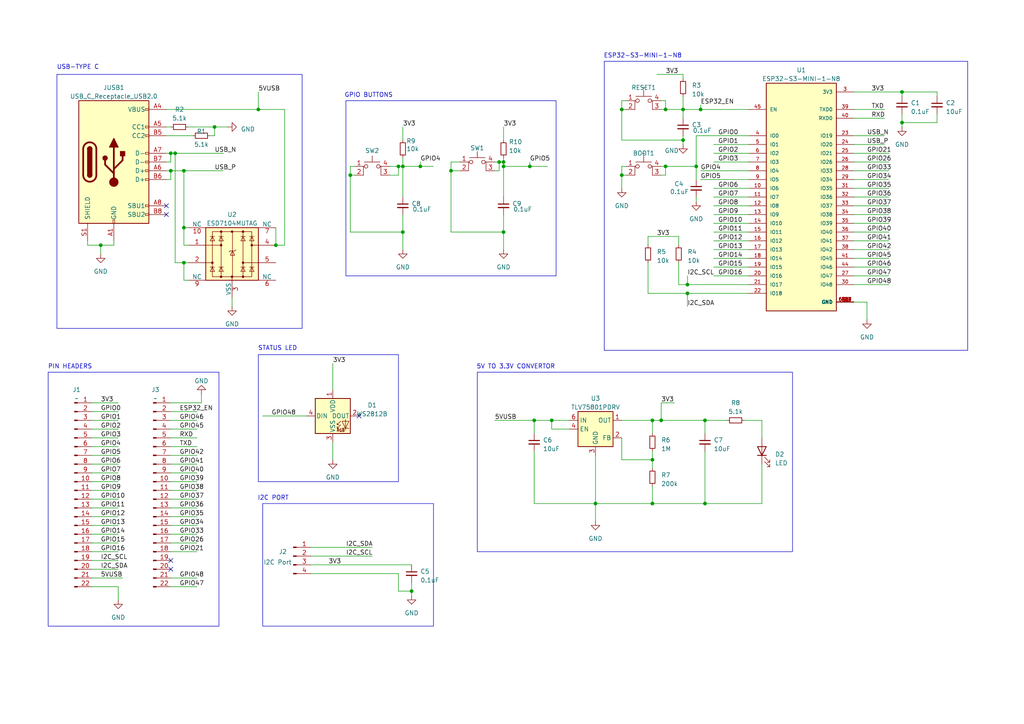
<source format=kicad_sch>
(kicad_sch (version 20231120) (generator "eeschema") (generator_version "8.0")
  (paper "A4")
  (title_block (title "Esp32_sen") (date "2025-12-28") (rev "v2") (company "Sendhan"))
  (lib_symbols
    (symbol "Connector:Conn_01x04_Pin" (pin_names (offset 1.016) hide)
      (property "Reference" "J" (at 0 5.08 0))
      (property "Value" "Conn_01x04_Pin" (at 0 -7.62 0))
      (symbol "Conn_01x04_Pin_1_1"
        (pin passive line (at 5.08 2.54 180) (length 3.81) (name "Pin_1") (number "1"))
        (pin passive line (at 5.08 0 180) (length 3.81) (name "Pin_2") (number "2"))
        (pin passive line (at 5.08 -2.54 180) (length 3.81) (name "Pin_3") (number "3"))
        (pin passive line (at 5.08 -5.08 180) (length 3.81) (name "Pin_4") (number "4"))
      )
    )
    (symbol "Connector:Conn_01x22_Pin" (pin_names (offset 1.016) hide)
      (property "Reference" "J" (at 0 27.94 0))
      (property "Value" "Conn_01x22_Pin" (at 0 -30.48 0))
      (symbol "Conn_01x22_Pin_1_1"
        (pin passive line (at 5.08 25.4 180) (length 3.81) (name "Pin_1") (number "1"))
        (pin passive line (at 5.08 2.54 180) (length 3.81) (name "Pin_10") (number "10"))
        (pin passive line (at 5.08 0 180) (length 3.81) (name "Pin_11") (number "11"))
        (pin passive line (at 5.08 -2.54 180) (length 3.81) (name "Pin_12") (number "12"))
        (pin passive line (at 5.08 -5.08 180) (length 3.81) (name "Pin_13") (number "13"))
        (pin passive line (at 5.08 -7.62 180) (length 3.81) (name "Pin_14") (number "14"))
        (pin passive line (at 5.08 -10.16 180) (length 3.81) (name "Pin_15") (number "15"))
        (pin passive line (at 5.08 -12.7 180) (length 3.81) (name "Pin_16") (number "16"))
        (pin passive line (at 5.08 -15.24 180) (length 3.81) (name "Pin_17") (number "17"))
        (pin passive line (at 5.08 -17.78 180) (length 3.81) (name "Pin_18") (number "18"))
        (pin passive line (at 5.08 -20.32 180) (length 3.81) (name "Pin_19") (number "19"))
        (pin passive line (at 5.08 22.86 180) (length 3.81) (name "Pin_2") (number "2"))
        (pin passive line (at 5.08 -22.86 180) (length 3.81) (name "Pin_20") (number "20"))
        (pin passive line (at 5.08 -25.4 180) (length 3.81) (name "Pin_21") (number "21"))
        (pin passive line (at 5.08 -27.94 180) (length 3.81) (name "Pin_22") (number "22"))
        (pin passive line (at 5.08 20.32 180) (length 3.81) (name "Pin_3") (number "3"))
        (pin passive line (at 5.08 17.78 180) (length 3.81) (name "Pin_4") (number "4"))
        (pin passive line (at 5.08 15.24 180) (length 3.81) (name "Pin_5") (number "5"))
        (pin passive line (at 5.08 12.7 180) (length 3.81) (name "Pin_6") (number "6"))
        (pin passive line (at 5.08 10.16 180) (length 3.81) (name "Pin_7") (number "7"))
        (pin passive line (at 5.08 7.62 180) (length 3.81) (name "Pin_8") (number "8"))
        (pin passive line (at 5.08 5.08 180) (length 3.81) (name "Pin_9") (number "9"))
      )
    )
    (symbol "Connector:USB_C_Receptacle_USB2.0" (pin_names (offset 1.016))
      (property "Reference" "J" (at -10.16 19.05 0))
      (property "Value" "USB_C_Receptacle_USB2.0" (at 19.05 19.05 0))
      (symbol "USB_C_Receptacle_USB2.0_1_1"
        (pin passive line (at 0 -22.86 90) (length 5.08) (name "GND") (number "A1"))
        (pin passive line (at 0 -22.86 90) (length 5.08) hide (name "GND") (number "A12"))
        (pin passive line (at 15.24 15.24 180) (length 5.08) (name "VBUS") (number "A4"))
        (pin bidirectional line (at 15.24 10.16 180) (length 5.08) (name "CC1") (number "A5"))
        (pin bidirectional line (at 15.24 -2.54 180) (length 5.08) (name "D+") (number "A6"))
        (pin bidirectional line (at 15.24 2.54 180) (length 5.08) (name "D-") (number "A7"))
        (pin bidirectional line (at 15.24 -12.7 180) (length 5.08) (name "SBU1") (number "A8"))
        (pin passive line (at 15.24 15.24 180) (length 5.08) hide (name "VBUS") (number "A9"))
        (pin passive line (at 0 -22.86 90) (length 5.08) hide (name "GND") (number "B1"))
        (pin passive line (at 0 -22.86 90) (length 5.08) hide (name "GND") (number "B12"))
        (pin passive line (at 15.24 15.24 180) (length 5.08) hide (name "VBUS") (number "B4"))
        (pin bidirectional line (at 15.24 7.62 180) (length 5.08) (name "CC2") (number "B5"))
        (pin bidirectional line (at 15.24 -5.08 180) (length 5.08) (name "D+") (number "B6"))
        (pin bidirectional line (at 15.24 0 180) (length 5.08) (name "D-") (number "B7"))
        (pin bidirectional line (at 15.24 -15.24 180) (length 5.08) (name "SBU2") (number "B8"))
        (pin passive line (at 15.24 15.24 180) (length 5.08) hide (name "VBUS") (number "B9"))
        (pin passive line (at -7.62 -22.86 90) (length 5.08) (name "SHIELD") (number "S1"))
      )
    )
    (symbol "Device:C_Small" (pin_numbers hide) (pin_names (offset 0.254) hide)
      (property "Reference" "C" (at 0.254 1.778 0))
      (property "Value" "C_Small" (at 0.254 -2.032 0))
      (symbol "C_Small_1_1"
        (pin passive line (at 0 2.54 270) (length 2.032) (name "~") (number "1"))
        (pin passive line (at 0 -2.54 90) (length 2.032) (name "~") (number "2"))
      )
    )
    (symbol "Device:LED" (pin_numbers hide) (pin_names (offset 1.016) hide)
      (property "Reference" "D" (at 0 2.54 0))
      (property "Value" "LED" (at 0 -2.54 0))
      (symbol "LED_1_1"
        (pin passive line (at -3.81 0 0) (length 2.54) (name "K") (number "1"))
        (pin passive line (at 3.81 0 180) (length 2.54) (name "A") (number "2"))
      )
    )
    (symbol "Device:R_Small" (pin_numbers hide) (pin_names (offset 0.254) hide)
      (property "Reference" "R" (at 0.762 0.508 0))
      (property "Value" "R_Small" (at 0.762 -1.016 0))
      (symbol "R_Small_1_1"
        (pin passive line (at 0 2.54 270) (length 0.762) (name "~") (number "1"))
        (pin passive line (at 0 -2.54 90) (length 0.762) (name "~") (number "2"))
      )
    )
    (symbol "ESP32-S3-MINI-1-N8:ESP32-S3-MINI-1-N8" (pin_names (offset 1.016))
      (property "Reference" "U" (at -10.16 34.29 0))
      (property "Value" "ESP32-S3-MINI-1-N8" (at -10.16 -35.56 0))
      (symbol "ESP32-S3-MINI-1-N8_0_0"
        (pin power_in line (at 15.24 -30.48 180) (length 5.08) (name "GND") (number "1"))
        (pin bidirectional line (at -15.24 2.54 0) (length 5.08) (name "IO6") (number "10"))
        (pin bidirectional line (at -15.24 0 0) (length 5.08) (name "IO7") (number "11"))
        (pin bidirectional line (at -15.24 -2.54 0) (length 5.08) (name "IO8") (number "12"))
        (pin bidirectional line (at -15.24 -5.08 0) (length 5.08) (name "IO9") (number "13"))
        (pin bidirectional line (at -15.24 -7.62 0) (length 5.08) (name "IO10") (number "14"))
        (pin bidirectional line (at -15.24 -10.16 0) (length 5.08) (name "IO11") (number "15"))
        (pin bidirectional line (at -15.24 -12.7 0) (length 5.08) (name "IO12") (number "16"))
        (pin bidirectional line (at -15.24 -15.24 0) (length 5.08) (name "IO13") (number "17"))
        (pin bidirectional line (at -15.24 -17.78 0) (length 5.08) (name "IO14") (number "18"))
        (pin bidirectional line (at -15.24 -20.32 0) (length 5.08) (name "IO15") (number "19"))
        (pin power_in line (at 15.24 -30.48 180) (length 5.08) (name "GND") (number "2"))
        (pin bidirectional line (at -15.24 -22.86 0) (length 5.08) (name "IO16") (number "20"))
        (pin bidirectional line (at -15.24 -25.4 0) (length 5.08) (name "IO17") (number "21"))
        (pin bidirectional line (at -15.24 -27.94 0) (length 5.08) (name "IO18") (number "22"))
        (pin bidirectional line (at 15.24 17.78 180) (length 5.08) (name "IO19") (number "23"))
        (pin bidirectional line (at 15.24 15.24 180) (length 5.08) (name "IO20") (number "24"))
        (pin bidirectional line (at 15.24 12.7 180) (length 5.08) (name "IO21") (number "25"))
        (pin bidirectional line (at 15.24 10.16 180) (length 5.08) (name "IO26") (number "26"))
        (pin bidirectional line (at 15.24 -22.86 180) (length 5.08) (name "IO47") (number "27"))
        (pin bidirectional line (at 15.24 7.62 180) (length 5.08) (name "IO33") (number "28"))
        (pin bidirectional line (at 15.24 5.08 180) (length 5.08) (name "IO34") (number "29"))
        (pin power_in line (at 15.24 30.48 180) (length 5.08) (name "3V3") (number "3"))
        (pin bidirectional line (at 15.24 -25.4 180) (length 5.08) (name "IO48") (number "30"))
        (pin bidirectional line (at 15.24 2.54 180) (length 5.08) (name "IO35") (number "31"))
        (pin bidirectional line (at 15.24 0 180) (length 5.08) (name "IO36") (number "32"))
        (pin bidirectional line (at 15.24 -2.54 180) (length 5.08) (name "IO37") (number "33"))
        (pin bidirectional line (at 15.24 -5.08 180) (length 5.08) (name "IO38") (number "34"))
        (pin bidirectional line (at 15.24 -7.62 180) (length 5.08) (name "IO39") (number "35"))
        (pin bidirectional line (at 15.24 -10.16 180) (length 5.08) (name "IO40") (number "36"))
        (pin bidirectional line (at 15.24 -12.7 180) (length 5.08) (name "IO41") (number "37"))
        (pin bidirectional line (at 15.24 -15.24 180) (length 5.08) (name "IO42") (number "38"))
        (pin bidirectional line (at 15.24 25.4 180) (length 5.08) (name "TXD0") (number "39"))
        (pin bidirectional line (at -15.24 17.78 0) (length 5.08) (name "IO0") (number "4"))
        (pin bidirectional line (at 15.24 22.86 180) (length 5.08) (name "RXD0") (number "40"))
        (pin bidirectional line (at 15.24 -17.78 180) (length 5.08) (name "IO45") (number "41"))
        (pin power_in line (at 15.24 -30.48 180) (length 5.08) (name "GND") (number "42"))
        (pin power_in line (at 15.24 -30.48 180) (length 5.08) (name "GND") (number "43"))
        (pin bidirectional line (at 15.24 -20.32 180) (length 5.08) (name "IO46") (number "44"))
        (pin input line (at -15.24 25.4 0) (length 5.08) (name "EN") (number "45"))
        (pin power_in line (at 15.24 -30.48 180) (length 5.08) (name "GND") (number "46"))
        (pin power_in line (at 15.24 -30.48 180) (length 5.08) (name "GND") (number "47"))
        (pin power_in line (at 15.24 -30.48 180) (length 5.08) (name "GND") (number "48"))
        (pin power_in line (at 15.24 -30.48 180) (length 5.08) (name "GND") (number "49"))
        (pin bidirectional line (at -15.24 15.24 0) (length 5.08) (name "IO1") (number "5"))
        (pin power_in line (at 15.24 -30.48 180) (length 5.08) (name "GND") (number "50"))
        (pin power_in line (at 15.24 -30.48 180) (length 5.08) (name "GND") (number "51"))
        (pin power_in line (at 15.24 -30.48 180) (length 5.08) (name "GND") (number "52"))
        (pin power_in line (at 15.24 -30.48 180) (length 5.08) (name "GND") (number "53"))
        (pin power_in line (at 15.24 -30.48 180) (length 5.08) (name "GND") (number "54"))
        (pin power_in line (at 15.24 -30.48 180) (length 5.08) (name "GND") (number "55"))
        (pin power_in line (at 15.24 -30.48 180) (length 5.08) (name "GND") (number "56"))
        (pin power_in line (at 15.24 -30.48 180) (length 5.08) (name "GND") (number "57"))
        (pin power_in line (at 15.24 -30.48 180) (length 5.08) (name "GND") (number "58"))
        (pin power_in line (at 15.24 -30.48 180) (length 5.08) (name "GND") (number "59"))
        (pin bidirectional line (at -15.24 12.7 0) (length 5.08) (name "IO2") (number "6"))
        (pin power_in line (at 15.24 -30.48 180) (length 5.08) (name "GND") (number "60"))
        (pin power_in line (at 15.24 -30.48 180) (length 5.08) (name "GND") (number "61"))
        (pin power_in line (at 15.24 -30.48 180) (length 5.08) (name "GND") (number "61_1"))
        (pin power_in line (at 15.24 -30.48 180) (length 5.08) (name "GND") (number "61_2"))
        (pin power_in line (at 15.24 -30.48 180) (length 5.08) (name "GND") (number "61_3"))
        (pin power_in line (at 15.24 -30.48 180) (length 5.08) (name "GND") (number "61_4"))
        (pin power_in line (at 15.24 -30.48 180) (length 5.08) (name "GND") (number "61_5"))
        (pin power_in line (at 15.24 -30.48 180) (length 5.08) (name "GND") (number "61_6"))
        (pin power_in line (at 15.24 -30.48 180) (length 5.08) (name "GND") (number "61_7"))
        (pin power_in line (at 15.24 -30.48 180) (length 5.08) (name "GND") (number "61_8"))
        (pin power_in line (at 15.24 -30.48 180) (length 5.08) (name "GND") (number "62"))
        (pin power_in line (at 15.24 -30.48 180) (length 5.08) (name "GND") (number "63"))
        (pin power_in line (at 15.24 -30.48 180) (length 5.08) (name "GND") (number "64"))
        (pin power_in line (at 15.24 -30.48 180) (length 5.08) (name "GND") (number "65"))
        (pin bidirectional line (at -15.24 10.16 0) (length 5.08) (name "IO3") (number "7"))
        (pin bidirectional line (at -15.24 7.62 0) (length 5.08) (name "IO4") (number "8"))
        (pin bidirectional line (at -15.24 5.08 0) (length 5.08) (name "IO5") (number "9"))
      )
    )
    (symbol "LED:WS2812B" (pin_names (offset 0.254))
      (property "Reference" "D" (at 5.08 5.715 0))
      (property "Value" "WS2812B" (at 1.27 -5.715 0))
      (symbol "WS2812B_0_0"
        (text "RGB" (at 2.286 -4.191 0) (effects (font (size 0.762 0.762))))
      )
      (symbol "WS2812B_1_1"
        (pin power_in line (at 0 7.62 270) (length 2.54) (name "VDD") (number "1"))
        (pin output line (at 7.62 0 180) (length 2.54) (name "DOUT") (number "2"))
        (pin power_in line (at 0 -7.62 90) (length 2.54) (name "VSS") (number "3"))
        (pin input line (at -7.62 0 0) (length 2.54) (name "DIN") (number "4"))
      )
    )
    (symbol "Power_Protection:D3V3XA4B10LP" (pin_names (offset 0))
      (property "Reference" "U" (at -0.635 8.89 0))
      (property "Value" "D3V3XA4B10LP" (at 8.89 -10.16 0))
      (symbol "D3V3XA4B10LP_1_1"
        (pin passive line (at -12.7 2.54 0) (length 5.08) (name "~") (number "1"))
        (pin free line (at -12.7 7.62 0) (length 5.08) (name "NC") (number "10"))
        (pin passive line (at -12.7 -2.54 0) (length 5.08) (name "~") (number "2"))
        (pin power_in line (at 0 -12.7 90) (length 5.08) (name "VSS") (number "3"))
        (pin passive line (at 12.7 2.54 180) (length 5.08) (name "~") (number "4"))
        (pin passive line (at 12.7 -2.54 180) (length 5.08) (name "~") (number "5"))
        (pin free line (at 12.7 -7.62 180) (length 5.08) (name "NC") (number "6"))
        (pin free line (at 12.7 7.62 180) (length 5.08) (name "NC") (number "7"))
        (pin passive line (at 0 -12.7 90) (length 5.08) hide (name "VSS") (number "8"))
        (pin free line (at -12.7 -7.62 0) (length 5.08) (name "NC") (number "9"))
      )
    )
    (symbol "Regulator_Linear:TLV75801PDRV"
      (property "Reference" "U" (at -3.81 6.35 0))
      (property "Value" "TLV75801PDRV" (at 0 6.35 0))
      (symbol "TLV75801PDRV_1_1"
        (pin power_out line (at 7.62 2.54 180) (length 2.54) (name "OUT") (number "1"))
        (pin input line (at 7.62 -2.54 180) (length 2.54) (name "FB") (number "2"))
        (pin power_in line (at 0 -7.62 90) (length 2.54) (name "GND") (number "3"))
        (pin input line (at -7.62 0 0) (length 2.54) (name "EN") (number "4"))
        (pin no_connect line (at 5.08 0 180) (length 2.54) hide (name "DNC") (number "5"))
        (pin power_in line (at -7.62 2.54 0) (length 2.54) (name "IN") (number "6"))
        (pin passive line (at 0 -7.62 90) (length 2.54) hide (name "GND") (number "7"))
      )
    )
    (symbol "Switch:SW_MEC_5E" (pin_names (offset 1.016) hide)
      (property "Reference" "SW" (at 0.635 5.715 0))
      (property "Value" "SW_MEC_5E" (at 0 -3.175 0))
      (symbol "SW_MEC_5E_0_1"
        (pin passive line (at -5.08 2.54 0) (length 2.54) (name "1") (number "1"))
        (pin passive line (at -5.08 0 0) (length 2.54) (name "2") (number "2"))
        (pin passive line (at 5.08 0 180) (length 2.54) (name "K") (number "3"))
        (pin passive line (at 5.08 2.54 180) (length 2.54) (name "A") (number "4"))
      )
    )
    (symbol "power:GND" (power) (pin_names (offset 0))
      (property "Value" "GND" (at 0 -3.81 0))
      (symbol "GND_1_1"
        (pin power_in line (at 0 0 270) (length 0) hide (name "GND") (number "1"))
      )
    )
  )
  (junction (at 130.81 49.53))
  (junction (at 261.62 26.67))
  (junction (at 119.38 171.45))
  (junction (at 191.77 121.92))
  (junction (at 146.05 67.31))
  (junction (at 172.72 146.05))
  (junction (at 193.04 31.75))
  (junction (at 201.93 48.26))
  (junction (at 180.34 31.75))
  (junction (at 50.8 44.45))
  (junction (at 49.53 44.45))
  (junction (at 160.02 121.92))
  (junction (at 49.53 49.53))
  (junction (at 121.92 48.26))
  (junction (at 261.62 35.56))
  (junction (at 199.39 85.09))
  (junction (at 153.67 48.26))
  (junction (at 189.23 146.05))
  (junction (at 180.34 50.8))
  (junction (at 204.47 121.92))
  (junction (at 189.23 133.35))
  (junction (at 198.12 31.75))
  (junction (at 80.01 71.12))
  (junction (at 144.78 46.99))
  (junction (at 203.2 31.75))
  (junction (at 193.04 48.26))
  (junction (at 53.34 66.04))
  (junction (at 115.57 48.26))
  (junction (at 101.6 50.8))
  (junction (at 146.05 46.99))
  (junction (at 116.84 48.26))
  (junction (at 198.12 40.64))
  (junction (at 199.39 82.55))
  (junction (at 116.84 67.31))
  (junction (at 53.34 76.2))
  (junction (at 146.05 48.26))
  (junction (at 53.34 49.53))
  (junction (at 74.93 31.75))
  (junction (at 62.23 36.83))
  (junction (at 29.21 71.12))
  (junction (at 189.23 121.92))
  (junction (at 154.94 121.92))
  (junction (at 204.47 146.05))
  (no_connect (at 104.14 120.65))
  (no_connect (at 49.53 162.56))
  (no_connect (at 48.26 59.69))
  (no_connect (at 49.53 165.1))
  (no_connect (at 48.26 62.23))
  (wire (pts (xy 247.65 31.75) (xy 256.54 31.75)))
  (wire (pts (xy 26.67 170.18) (xy 34.29 170.18)))
  (wire (pts (xy 116.84 67.31) (xy 116.84 72.39)))
  (wire (pts (xy 130.81 46.99) (xy 133.35 46.99)))
  (wire (pts (xy 180.34 29.21) (xy 180.34 31.75)))
  (wire (pts (xy 74.93 31.75) (xy 82.55 31.75)))
  (wire (pts (xy 220.98 134.62) (xy 220.98 146.05)))
  (wire (pts (xy 54.61 36.83) (xy 62.23 36.83)))
  (wire (pts (xy 247.65 69.85) (xy 257.81 69.85)))
  (wire (pts (xy 146.05 67.31) (xy 146.05 72.39)))
  (wire (pts (xy 247.65 34.29) (xy 256.54 34.29)))
  (wire (pts (xy 247.65 82.55) (xy 257.81 82.55)))
  (wire (pts (xy 49.53 116.84) (xy 58.42 116.84)))
  (wire (pts (xy 26.67 127) (xy 34.29 127)))
  (wire (pts (xy 80.01 71.12) (xy 82.55 71.12)))
  (wire (pts (xy 101.6 48.26) (xy 101.6 50.8)))
  (wire (pts (xy 198.12 40.64) (xy 198.12 41.91)))
  (wire (pts (xy 271.78 33.02) (xy 271.78 35.56)))
  (wire (pts (xy 204.47 130.81) (xy 204.47 146.05)))
  (wire (pts (xy 207.01 64.77) (xy 217.17 64.77)))
  (wire (pts (xy 247.65 62.23) (xy 257.81 62.23)))
  (wire (pts (xy 196.85 76.2) (xy 196.85 82.55)))
  (wire (pts (xy 207.01 74.93) (xy 217.17 74.93)))
  (wire (pts (xy 146.05 45.72) (xy 146.05 46.99)))
  (wire (pts (xy 181.61 29.21) (xy 180.34 29.21)))
  (wire (pts (xy 144.78 46.99) (xy 146.05 46.99)))
  (wire (pts (xy 189.23 133.35) (xy 189.23 135.89)))
  (wire (pts (xy 49.53 157.48) (xy 57.15 157.48)))
  (wire (pts (xy 26.67 124.46) (xy 34.29 124.46)))
  (wire (pts (xy 26.67 167.64) (xy 35.56 167.64)))
  (wire (pts (xy 189.23 146.05) (xy 204.47 146.05)))
  (wire (pts (xy 49.53 142.24) (xy 57.15 142.24)))
  (wire (pts (xy 146.05 67.31) (xy 130.81 67.31)))
  (wire (pts (xy 144.78 46.99) (xy 144.78 49.53)))
  (wire (pts (xy 247.65 26.67) (xy 261.62 26.67)))
  (wire (pts (xy 181.61 48.26) (xy 180.34 48.26)))
  (wire (pts (xy 53.34 49.53) (xy 53.34 66.04)))
  (wire (pts (xy 247.65 74.93) (xy 257.81 74.93)))
  (wire (pts (xy 201.93 52.07) (xy 201.93 48.26)))
  (wire (pts (xy 247.65 44.45) (xy 257.81 44.45)))
  (wire (pts (xy 215.9 121.92) (xy 220.98 121.92)))
  (wire (pts (xy 26.67 116.84) (xy 34.29 116.84)))
  (wire (pts (xy 53.34 66.04) (xy 54.61 66.04)))
  (wire (pts (xy 199.39 85.09) (xy 217.17 85.09)))
  (wire (pts (xy 165.1 124.46) (xy 160.02 124.46)))
  (wire (pts (xy 247.65 77.47) (xy 257.81 77.47)))
  (wire (pts (xy 191.77 116.84) (xy 191.77 121.92)))
  (wire (pts (xy 26.67 152.4) (xy 34.29 152.4)))
  (wire (pts (xy 203.2 30.48) (xy 203.2 31.75)))
  (wire (pts (xy 247.65 49.53) (xy 257.81 49.53)))
  (wire (pts (xy 261.62 33.02) (xy 261.62 35.56)))
  (wire (pts (xy 146.05 48.26) (xy 153.67 48.26)))
  (wire (pts (xy 189.23 121.92) (xy 189.23 125.73)))
  (wire (pts (xy 49.53 46.99) (xy 49.53 44.45)))
  (wire (pts (xy 207.01 41.91) (xy 217.17 41.91)))
  (wire (pts (xy 48.26 31.75) (xy 74.93 31.75)))
  (wire (pts (xy 191.77 50.8) (xy 193.04 50.8)))
  (wire (pts (xy 115.57 48.26) (xy 116.84 48.26)))
  (wire (pts (xy 25.4 71.12) (xy 29.21 71.12)))
  (wire (pts (xy 49.53 139.7) (xy 57.15 139.7)))
  (wire (pts (xy 115.57 166.37) (xy 115.57 171.45)))
  (wire (pts (xy 198.12 40.64) (xy 180.34 40.64)))
  (wire (pts (xy 115.57 171.45) (xy 119.38 171.45)))
  (wire (pts (xy 119.38 171.45) (xy 119.38 172.72)))
  (wire (pts (xy 29.21 73.66) (xy 29.21 71.12)))
  (wire (pts (xy 172.72 146.05) (xy 189.23 146.05)))
  (wire (pts (xy 193.04 29.21) (xy 193.04 31.75)))
  (wire (pts (xy 190.5 21.59) (xy 198.12 21.59)))
  (wire (pts (xy 116.84 48.26) (xy 116.84 57.15)))
  (wire (pts (xy 53.34 76.2) (xy 50.8 76.2)))
  (wire (pts (xy 172.72 146.05) (xy 172.72 151.13)))
  (wire (pts (xy 247.65 46.99) (xy 257.81 46.99)))
  (wire (pts (xy 199.39 82.55) (xy 217.17 82.55)))
  (wire (pts (xy 247.65 39.37) (xy 256.54 39.37)))
  (wire (pts (xy 49.53 49.53) (xy 53.34 49.53)))
  (wire (pts (xy 116.84 62.23) (xy 116.84 67.31)))
  (wire (pts (xy 54.61 81.28) (xy 53.34 81.28)))
  (wire (pts (xy 198.12 31.75) (xy 198.12 34.29)))
  (wire (pts (xy 26.67 165.1) (xy 34.29 165.1)))
  (wire (pts (xy 193.04 50.8) (xy 193.04 48.26)))
  (wire (pts (xy 143.51 121.92) (xy 154.94 121.92)))
  (wire (pts (xy 115.57 48.26) (xy 113.03 48.26)))
  (wire (pts (xy 220.98 146.05) (xy 204.47 146.05)))
  (wire (pts (xy 146.05 46.99) (xy 146.05 48.26)))
  (wire (pts (xy 130.81 49.53) (xy 133.35 49.53)))
  (wire (pts (xy 154.94 146.05) (xy 172.72 146.05)))
  (wire (pts (xy 48.26 52.07) (xy 49.53 52.07)))
  (wire (pts (xy 96.52 105.41) (xy 96.52 113.03)))
  (wire (pts (xy 187.96 85.09) (xy 199.39 85.09)))
  (wire (pts (xy 115.57 48.26) (xy 115.57 50.8)))
  (wire (pts (xy 26.67 154.94) (xy 34.29 154.94)))
  (wire (pts (xy 261.62 26.67) (xy 271.78 26.67)))
  (wire (pts (xy 203.2 31.75) (xy 217.17 31.75)))
  (wire (pts (xy 204.47 125.73) (xy 204.47 121.92)))
  (wire (pts (xy 49.53 119.38) (xy 57.15 119.38)))
  (wire (pts (xy 160.02 121.92) (xy 165.1 121.92)))
  (wire (pts (xy 49.53 132.08) (xy 57.15 132.08)))
  (wire (pts (xy 49.53 124.46) (xy 57.15 124.46)))
  (wire (pts (xy 191.77 48.26) (xy 193.04 48.26)))
  (wire (pts (xy 49.53 149.86) (xy 57.15 149.86)))
  (wire (pts (xy 26.67 132.08) (xy 34.29 132.08)))
  (wire (pts (xy 48.26 46.99) (xy 49.53 46.99)))
  (wire (pts (xy 101.6 48.26) (xy 102.87 48.26)))
  (wire (pts (xy 187.96 68.58) (xy 196.85 68.58)))
  (wire (pts (xy 76.2 120.65) (xy 88.9 120.65)))
  (wire (pts (xy 198.12 27.94) (xy 198.12 31.75)))
  (wire (pts (xy 53.34 66.04) (xy 53.34 71.12)))
  (wire (pts (xy 58.42 114.3) (xy 58.42 116.84)))
  (wire (pts (xy 50.8 44.45) (xy 64.77 44.45)))
  (wire (pts (xy 191.77 121.92) (xy 189.23 121.92)))
  (wire (pts (xy 207.01 62.23) (xy 217.17 62.23)))
  (wire (pts (xy 49.53 44.45) (xy 50.8 44.45)))
  (wire (pts (xy 49.53 147.32) (xy 57.15 147.32)))
  (wire (pts (xy 116.84 48.26) (xy 121.92 48.26)))
  (wire (pts (xy 191.77 116.84) (xy 195.58 116.84)))
  (wire (pts (xy 62.23 39.37) (xy 62.23 36.83)))
  (wire (pts (xy 26.67 129.54) (xy 34.29 129.54)))
  (wire (pts (xy 207.01 44.45) (xy 217.17 44.45)))
  (wire (pts (xy 50.8 76.2) (xy 50.8 44.45)))
  (wire (pts (xy 271.78 27.94) (xy 271.78 26.67)))
  (wire (pts (xy 180.34 40.64) (xy 180.34 31.75)))
  (wire (pts (xy 220.98 121.92) (xy 220.98 127)))
  (wire (pts (xy 193.04 31.75) (xy 198.12 31.75)))
  (wire (pts (xy 90.17 166.37) (xy 115.57 166.37)))
  (wire (pts (xy 191.77 31.75) (xy 193.04 31.75)))
  (wire (pts (xy 101.6 50.8) (xy 102.87 50.8)))
  (wire (pts (xy 48.26 36.83) (xy 49.53 36.83)))
  (wire (pts (xy 49.53 121.92) (xy 57.15 121.92)))
  (wire (pts (xy 49.53 127) (xy 57.15 127)))
  (wire (pts (xy 201.93 39.37) (xy 217.17 39.37)))
  (wire (pts (xy 54.61 76.2) (xy 53.34 76.2)))
  (wire (pts (xy 261.62 35.56) (xy 261.62 36.83)))
  (wire (pts (xy 247.65 52.07) (xy 257.81 52.07)))
  (wire (pts (xy 207.01 69.85) (xy 217.17 69.85)))
  (wire (pts (xy 191.77 121.92) (xy 204.47 121.92)))
  (wire (pts (xy 180.34 50.8) (xy 180.34 54.61)))
  (wire (pts (xy 53.34 49.53) (xy 64.77 49.53)))
  (wire (pts (xy 189.23 140.97) (xy 189.23 146.05)))
  (wire (pts (xy 26.67 137.16) (xy 34.29 137.16)))
  (wire (pts (xy 198.12 39.37) (xy 198.12 40.64)))
  (wire (pts (xy 26.67 144.78) (xy 34.29 144.78)))
  (wire (pts (xy 247.65 41.91) (xy 256.54 41.91)))
  (wire (pts (xy 189.23 121.92) (xy 180.34 121.92)))
  (wire (pts (xy 207.01 80.01) (xy 217.17 80.01)))
  (wire (pts (xy 198.12 31.75) (xy 203.2 31.75)))
  (wire (pts (xy 207.01 72.39) (xy 217.17 72.39)))
  (wire (pts (xy 119.38 168.91) (xy 119.38 171.45)))
  (wire (pts (xy 247.65 67.31) (xy 257.81 67.31)))
  (wire (pts (xy 90.17 161.29) (xy 107.95 161.29)))
  (wire (pts (xy 144.78 49.53) (xy 143.51 49.53)))
  (wire (pts (xy 53.34 81.28) (xy 53.34 76.2)))
  (wire (pts (xy 26.67 147.32) (xy 34.29 147.32)))
  (wire (pts (xy 80.01 66.04) (xy 80.01 71.12)))
  (wire (pts (xy 90.17 158.75) (xy 107.95 158.75)))
  (wire (pts (xy 62.23 36.83) (xy 66.04 36.83)))
  (wire (pts (xy 82.55 71.12) (xy 82.55 31.75)))
  (wire (pts (xy 180.34 127) (xy 180.34 133.35)))
  (wire (pts (xy 146.05 62.23) (xy 146.05 67.31)))
  (wire (pts (xy 26.67 162.56) (xy 34.29 162.56)))
  (wire (pts (xy 203.2 49.53) (xy 217.17 49.53)))
  (wire (pts (xy 116.84 67.31) (xy 101.6 67.31)))
  (wire (pts (xy 49.53 167.64) (xy 57.15 167.64)))
  (wire (pts (xy 26.67 157.48) (xy 34.29 157.48)))
  (wire (pts (xy 201.93 39.37) (xy 201.93 48.26)))
  (wire (pts (xy 247.65 57.15) (xy 257.81 57.15)))
  (wire (pts (xy 201.93 57.15) (xy 201.93 58.42)))
  (wire (pts (xy 49.53 129.54) (xy 57.15 129.54)))
  (wire (pts (xy 154.94 121.92) (xy 160.02 121.92)))
  (wire (pts (xy 247.65 80.01) (xy 257.81 80.01)))
  (wire (pts (xy 196.85 68.58) (xy 196.85 71.12)))
  (wire (pts (xy 247.65 54.61) (xy 257.81 54.61)))
  (wire (pts (xy 247.65 59.69) (xy 257.81 59.69)))
  (wire (pts (xy 187.96 76.2) (xy 187.96 85.09)))
  (wire (pts (xy 261.62 27.94) (xy 261.62 26.67)))
  (wire (pts (xy 130.81 67.31) (xy 130.81 49.53)))
  (wire (pts (xy 48.26 49.53) (xy 49.53 49.53)))
  (wire (pts (xy 247.65 72.39) (xy 257.81 72.39)))
  (wire (pts (xy 54.61 71.12) (xy 53.34 71.12)))
  (wire (pts (xy 198.12 22.86) (xy 198.12 21.59)))
  (wire (pts (xy 121.92 48.26) (xy 125.73 48.26)))
  (wire (pts (xy 26.67 149.86) (xy 34.29 149.86)))
  (wire (pts (xy 49.53 137.16) (xy 57.15 137.16)))
  (wire (pts (xy 251.46 87.63) (xy 251.46 92.71)))
  (wire (pts (xy 26.67 142.24) (xy 34.29 142.24)))
  (wire (pts (xy 101.6 67.31) (xy 101.6 50.8)))
  (wire (pts (xy 172.72 132.08) (xy 172.72 146.05)))
  (wire (pts (xy 180.34 48.26) (xy 180.34 50.8)))
  (wire (pts (xy 49.53 52.07) (xy 49.53 49.53)))
  (wire (pts (xy 25.4 69.85) (xy 25.4 71.12)))
  (wire (pts (xy 143.51 46.99) (xy 144.78 46.99)))
  (wire (pts (xy 49.53 154.94) (xy 57.15 154.94)))
  (wire (pts (xy 26.67 119.38) (xy 34.29 119.38)))
  (wire (pts (xy 67.31 86.36) (xy 67.31 88.9)))
  (wire (pts (xy 48.26 39.37) (xy 55.88 39.37)))
  (wire (pts (xy 180.34 31.75) (xy 181.61 31.75)))
  (wire (pts (xy 271.78 35.56) (xy 261.62 35.56)))
  (wire (pts (xy 146.05 48.26) (xy 146.05 57.15)))
  (wire (pts (xy 49.53 170.18) (xy 57.15 170.18)))
  (wire (pts (xy 153.67 48.26) (xy 158.75 48.26)))
  (wire (pts (xy 33.02 71.12) (xy 29.21 71.12)))
  (wire (pts (xy 207.01 57.15) (xy 217.17 57.15)))
  (wire (pts (xy 204.47 121.92) (xy 210.82 121.92)))
  (wire (pts (xy 207.01 46.99) (xy 217.17 46.99)))
  (wire (pts (xy 74.93 26.67) (xy 74.93 31.75)))
  (wire (pts (xy 180.34 133.35) (xy 189.23 133.35)))
  (wire (pts (xy 207.01 54.61) (xy 217.17 54.61)))
  (wire (pts (xy 121.92 46.99) (xy 121.92 48.26)))
  (wire (pts (xy 160.02 124.46) (xy 160.02 121.92)))
  (wire (pts (xy 201.93 48.26) (xy 193.04 48.26)))
  (wire (pts (xy 26.67 134.62) (xy 34.29 134.62)))
  (wire (pts (xy 189.23 130.81) (xy 189.23 133.35)))
  (wire (pts (xy 207.01 59.69) (xy 217.17 59.69)))
  (wire (pts (xy 49.53 152.4) (xy 57.15 152.4)))
  (wire (pts (xy 207.01 67.31) (xy 217.17 67.31)))
  (wire (pts (xy 26.67 121.92) (xy 34.29 121.92)))
  (wire (pts (xy 116.84 45.72) (xy 116.84 48.26)))
  (wire (pts (xy 49.53 160.02) (xy 57.15 160.02)))
  (wire (pts (xy 199.39 80.01) (xy 199.39 82.55)))
  (wire (pts (xy 130.81 46.99) (xy 130.81 49.53)))
  (wire (pts (xy 154.94 130.81) (xy 154.94 146.05)))
  (wire (pts (xy 153.67 46.99) (xy 153.67 48.26)))
  (wire (pts (xy 49.53 144.78) (xy 57.15 144.78)))
  (wire (pts (xy 26.67 160.02) (xy 34.29 160.02)))
  (wire (pts (xy 48.26 44.45) (xy 49.53 44.45)))
  (wire (pts (xy 33.02 69.85) (xy 33.02 71.12)))
  (wire (pts (xy 199.39 88.9) (xy 199.39 85.09)))
  (wire (pts (xy 60.96 39.37) (xy 62.23 39.37)))
  (wire (pts (xy 207.01 77.47) (xy 217.17 77.47)))
  (wire (pts (xy 203.2 52.07) (xy 217.17 52.07)))
  (wire (pts (xy 196.85 82.55) (xy 199.39 82.55)))
  (wire (pts (xy 154.94 121.92) (xy 154.94 125.73)))
  (wire (pts (xy 146.05 36.83) (xy 146.05 40.64)))
  (wire (pts (xy 26.67 139.7) (xy 34.29 139.7)))
  (wire (pts (xy 90.17 163.83) (xy 119.38 163.83)))
  (wire (pts (xy 191.77 29.21) (xy 193.04 29.21)))
  (wire (pts (xy 181.61 50.8) (xy 180.34 50.8)))
  (wire (pts (xy 96.52 128.27) (xy 96.52 133.35)))
  (wire (pts (xy 187.96 71.12) (xy 187.96 68.58)))
  (wire (pts (xy 247.65 64.77) (xy 257.81 64.77)))
  (wire (pts (xy 49.53 134.62) (xy 57.15 134.62)))
  (wire (pts (xy 34.29 170.18) (xy 34.29 173.99)))
  (wire (pts (xy 115.57 50.8) (xy 113.03 50.8)))
  (wire (pts (xy 247.65 87.63) (xy 251.46 87.63)))
  (wire (pts (xy 116.84 36.83) (xy 116.84 40.64)))
  (rectangle (start 74.93 102.87) (end 115.57 139.7))
  (rectangle (start 100.33 29.21) (end 161.29 80.01))
  (rectangle (start 13.97 107.95) (end 63.5 181.61))
  (rectangle (start 76.2 146.05) (end 125.73 181.61))
  (rectangle (start 138.43 107.95) (end 229.87 160.02))
  (rectangle (start 16.51 21.59) (end 87.63 95.25))
  (rectangle (start 175.26 17.78) (end 280.67 101.6))
  (text "STATUS LED\n" (at 80.518 101.092 0) (effects (font (size 1.27 1.27))))
  (text "ESP32-S3-MINI-1-N8\n" (at 186.436 16.256 0) (effects (font (size 1.27 1.27))))
  (text "PIN HEADERS\n" (at 20.32 106.426 0) (effects (font (size 1.27 1.27))))
  (text "5V TO 3.3V CONVERTOR\n" (at 149.606 106.426 0) (effects (font (size 1.27 1.27))))
  (text "GPIO BUTTONS\n" (at 106.934 27.686 0) (effects (font (size 1.27 1.27))))
  (text "USB-TYPE C\n" (at 22.606 19.558 0) (effects (font (size 1.27 1.27))))
  (text "I2C PORT\n" (at 79.248 144.526 0) (effects (font (size 1.27 1.27))))
  (label "GPIO45" (at 52.07 124.46 0))
  (label "GPIO7" (at 29.21 137.16 0))
  (label "GPIO0" (at 208.28 39.37 0))
  (label "GPIO13" (at 29.21 152.4 0))
  (label "5VUSB" (at 29.21 167.64 0))
  (label "GPIO11" (at 208.28 67.31 0))
  (label "GPIO47" (at 251.46 80.01 0))
  (label "GPIO0" (at 29.21 119.38 0))
  (label "GPIO6" (at 208.28 54.61 0))
  (label "3V3" (at 190.5 68.58 0))
  (label "GPIO36" (at 52.07 147.32 0))
  (label "GPIO34" (at 52.07 152.4 0))
  (label "USB_P" (at 251.46 41.91 0))
  (label "GPIO48" (at 78.74 120.65 0))
  (label "GPIO4" (at 29.21 129.54 0))
  (label "I2C_SCL" (at 100.33 161.29 0))
  (label "GPIO14" (at 208.28 74.93 0))
  (label "3V3" (at 252.73 26.67 0))
  (label "GPIO26" (at 52.07 157.48 0))
  (label "3V3" (at 146.05 36.83 0))
  (label "GPIO3" (at 208.28 46.99 0))
  (label "USB_P" (at 62.23 49.53 0))
  (label "GPIO15" (at 208.28 77.47 0))
  (label "GPIO47" (at 52.07 170.18 0))
  (label "3V3" (at 116.84 36.83 0))
  (label "TXD" (at 52.07 129.54 0))
  (label "GPIO21" (at 251.46 44.45 0))
  (label "GPIO9" (at 208.28 62.23 0))
  (label "TXD" (at 252.73 31.75 0))
  (label "GPIO41" (at 251.46 69.85 0))
  (label "GPIO4" (at 203.2 49.53 0))
  (label "GPIO6" (at 29.21 134.62 0))
  (label "GPIO12" (at 208.28 69.85 0))
  (label "GPIO33" (at 251.46 49.53 0))
  (label "GPIO2" (at 208.28 44.45 0))
  (label "GPIO13" (at 208.28 72.39 0))
  (label "GPIO37" (at 251.46 59.69 0))
  (label "GPIO7" (at 208.28 57.15 0))
  (label "3V3" (at 191.77 116.84 0))
  (label "5VUSB" (at 74.93 26.67 0))
  (label "RXD" (at 252.73 34.29 0))
  (label "GPIO34" (at 251.46 52.07 0))
  (label "GPIO45" (at 251.46 74.93 0))
  (label "GPIO35" (at 251.46 54.61 0))
  (label "GPIO46" (at 251.46 77.47 0))
  (label "I2C_SDA" (at 199.39 88.9 0))
  (label "GPIO35" (at 52.07 149.86 0))
  (label "3V3" (at 29.21 116.84 0))
  (label "GPIO48" (at 251.46 82.55 0))
  (label "GPIO5" (at 29.21 132.08 0))
  (label "GPIO39" (at 52.07 139.7 0))
  (label "GPIO42" (at 52.07 132.08 0))
  (label "GPIO10" (at 29.21 144.78 0))
  (label "3V3" (at 96.52 105.41 0))
  (label "GPIO33" (at 52.07 154.94 0))
  (label "GPIO42" (at 251.46 72.39 0))
  (label "GPIO48" (at 52.07 167.64 0))
  (label "GPIO36" (at 251.46 57.15 0))
  (label "GPIO10" (at 208.28 64.77 0))
  (label "GPIO39" (at 251.46 64.77 0))
  (label "GPIO1" (at 29.21 121.92 0))
  (label "GPIO16" (at 29.21 160.02 0))
  (label "I2C_SCL" (at 29.21 162.56 0))
  (label "GPIO11" (at 29.21 147.32 0))
  (label "GPIO3" (at 29.21 127 0))
  (label "GPIO1" (at 208.28 41.91 0))
  (label "ESP32_EN" (at 203.2 30.48 0))
  (label "GPIO4" (at 121.92 46.99 0))
  (label "3V3" (at 193.04 21.59 0))
  (label "GPIO15" (at 29.21 157.48 0))
  (label "GPIO40" (at 251.46 67.31 0))
  (label "GPIO38" (at 251.46 62.23 0))
  (label "GPIO9" (at 29.21 142.24 0))
  (label "GPIO5" (at 203.2 52.07 0))
  (label "GPIO26" (at 251.46 46.99 0))
  (label "ESP32_EN" (at 52.07 119.38 0))
  (label "USB_N" (at 251.46 39.37 0))
  (label "GPIO21" (at 52.07 160.02 0))
  (label "RXD" (at 52.07 127 0))
  (label "5VUSB" (at 143.51 121.92 0))
  (label "I2C_SDA" (at 29.21 165.1 0))
  (label "I2C_SCL" (at 199.39 80.01 0))
  (label "GPIO37" (at 52.07 144.78 0))
  (label "GPIO16" (at 208.28 80.01 0))
  (label "I2C_SDA" (at 100.33 158.75 0))
  (label "GPIO38" (at 52.07 142.24 0))
  (label "GPIO2" (at 29.21 124.46 0))
  (label "GPIO14" (at 29.21 154.94 0))
  (label "GPIO5" (at 153.67 46.99 0))
  (label "3V3" (at 95.25 163.83 0))
  (label "USB_N" (at 62.23 44.45 0))
  (label "GPIO8" (at 208.28 59.69 0))
  (label "GPIO40" (at 52.07 137.16 0))
  (label "GPIO8" (at 29.21 139.7 0))
  (label "GPIO46" (at 52.07 121.92 0))
  (label "GPIO12" (at 29.21 149.86 0))
  (label "GPIO41" (at 52.07 134.62 0))
  (symbol (lib_id "Device:R_Small") (at 213.36 121.92 90) (unit 1)
    (property "Reference" "R8" (at 213.36 116.84 90))
    (property "Value" "5.1k" (at 213.36 119.38 90))
    (property "Footprint" "Resistor_SMD:R_0603_1608Metric" (effects (hide yes)))
  )
  (symbol (lib_id "Device:R_Small") (at 196.85 73.66 180) (unit 1)
    (property "Reference" "R4" (at 199.39 73.025 0) (effects (justify right)))
    (property "Value" "10k" (at 199.39 75.565 0) (effects (justify right)))
    (property "Footprint" "Resistor_SMD:R_0603_1608Metric" (effects (hide yes)))
  )
  (symbol (lib_id "Device:R_Small") (at 146.05 43.18 180) (unit 1)
    (property "Reference" "R10" (at 147.574 41.148 0) (effects (justify right)))
    (property "Value" "10k" (at 147.574 43.688 0) (effects (justify right)))
    (property "Footprint" "Resistor_SMD:R_0603_1608Metric" (effects (hide yes)))
  )
  (symbol (lib_id "Device:LED") (at 220.98 130.81 90) (unit 1)
    (property "Reference" "D2" (at 224.79 131.7625 90) (effects (justify right)))
    (property "Value" "LED" (at 224.79 134.3025 90) (effects (justify right)))
    (property "Footprint" "LED_SMD:LED_0603_1608Metric" (effects (hide yes)))
  )
  (symbol (lib_id "power:GND") (at 180.34 54.61 0) (unit 1)
    (property "Reference" "#PWR011" (effects (hide yes)))
    (property "Value" "GND" (at 180.34 59.69 0))
  )
  (symbol (lib_id "Device:C_Small") (at 116.84 59.69 0) (unit 1)
    (property "Reference" "C8" (at 119.38 59.0613 0) (effects (justify left)))
    (property "Value" "0.1uF" (at 119.634 60.706 0) (effects (justify left)))
    (property "Footprint" "Capacitor_SMD:C_0603_1608Metric" (effects (hide yes)))
  )
  (symbol (lib_id "power:GND") (at 116.84 72.39 0) (unit 1)
    (property "Reference" "#PWR010" (effects (hide yes)))
    (property "Value" "GND" (at 116.84 77.47 0))
  )
  (symbol (lib_id "Device:C_Small") (at 204.47 128.27 0) (unit 1)
    (property "Reference" "C7" (at 207.01 127.6413 0) (effects (justify left)))
    (property "Value" "10uF" (at 207.01 130.1813 0) (effects (justify left)))
    (property "Footprint" "Capacitor_SMD:C_0603_1608Metric" (effects (hide yes)))
  )
  (symbol (lib_id "Device:R_Small") (at 116.84 43.18 180) (unit 1)
    (property "Reference" "R9" (at 117.856 40.894 0) (effects (justify right)))
    (property "Value" "10k" (at 117.856 43.18 0) (effects (justify right)))
    (property "Footprint" "Resistor_SMD:R_0603_1608Metric" (effects (hide yes)))
  )
  (symbol (lib_id "Connector:Conn_01x04_Pin") (at 85.09 161.29 0) (unit 1)
    (property "Reference" "J2" (at 82.042 160.02 0))
    (property "Value" "I2C Port" (at 80.518 163.068 0))
    (property "Footprint" "Connector_PinSocket_2.54mm:PinSocket_1x04_P2.54mm_Vertical" (effects (hide yes)))
    (property "Description" "Generic connector, single row, 01x04, script generated" (effects (hide yes)))
  )
  (symbol (lib_id "power:GND") (at 251.46 92.71 0) (unit 1)
    (property "Reference" "#PWR06" (effects (hide yes)))
    (property "Value" "GND" (at 251.46 97.79 0))
  )
  (symbol (lib_id "power:GND") (at 34.29 173.99 0) (unit 1)
    (property "Reference" "#PWR012" (effects (hide yes)))
    (property "Value" "GND" (at 34.29 179.07 0))
  )
  (symbol (lib_id "power:GND") (at 119.38 172.72 0) (unit 1)
    (property "Reference" "#PWR014" (effects (hide yes)))
    (property "Value" "GND" (at 119.38 177.8 0))
  )
  (symbol (lib_id "Device:R_Small") (at 58.42 39.37 90) (unit 1)
    (property "Reference" "R1" (at 58.42 38.1 90))
    (property "Value" "5.1k" (at 58.42 41.91 90))
    (property "Footprint" "Resistor_SMD:R_0603_1608Metric" (effects (hide yes)))
  )
  (symbol (lib_id "Device:C_Small") (at 201.93 54.61 0) (unit 1)
    (property "Reference" "C4" (at 195.58 53.34 0) (effects (justify left)))
    (property "Value" "0.1uF" (at 194.31 55.626 0) (effects (justify left)))
    (property "Footprint" "Capacitor_SMD:C_0603_1608Metric" (effects (hide yes)))
  )
  (symbol (lib_id "Device:R_Small") (at 52.07 36.83 90) (unit 1)
    (property "Reference" "R2" (at 52.07 31.75 90))
    (property "Value" "5.1k" (at 52.07 34.29 90))
    (property "Footprint" "Resistor_SMD:R_0603_1608Metric" (effects (hide yes)))
  )
  (symbol (lib_id "Device:C_Small") (at 146.05 59.69 0) (unit 1)
    (property "Reference" "C9" (at 148.59 59.0613 0) (effects (justify left)))
    (property "Value" "0.1uF" (at 148.844 60.706 0) (effects (justify left)))
    (property "Footprint" "Capacitor_SMD:C_0603_1608Metric" (effects (hide yes)))
  )
  (symbol (lib_id "Power_Protection:D3V3XA4B10LP") (at 67.31 73.66 0) (unit 1)
    (property "Reference" "U2" (at 67.31 62.23 0))
    (property "Value" "ESD7104MUTAG" (at 67.31 64.77 0))
    (property "Footprint" "Package_DFN_QFN:Diodes_UDFN-10_1.0x2.5mm_P0.5mm" (effects (hide yes)))
    (property "Datasheet" "https://www.onsemi.com/pdf/datasheet/esd7104-d.pdf" (effects (hide yes)))
  )
  (symbol (lib_id "LED:WS2812B") (at 96.52 120.65 0) (unit 1)
    (property "Reference" "D1" (at 107.95 117.5259 0))
    (property "Value" "WS2812B" (at 107.95 120.0659 0))
    (property "Footprint" "LED_SMD:LED_WS2812B_PLCC4_5.0x5.0mm_P3.2mm" (effects (hide yes)))
    (property "Datasheet" "https://cdn-shop.adafruit.com/datasheets/WS2812B.pdf" (effects (hide yes)))
  )
  (symbol (lib_id "Switch:SW_MEC_5E") (at 186.69 50.8 0) (unit 1)
    (property "Reference" "BOOT1" (at 186.69 44.45 0))
    (property "Value" "~" (at 186.69 44.45 0))
    (property "Footprint" "Button_Switch_SMD:SW_SPST_PTS810" (effects (hide yes)))
    (property "Datasheet" "http://www.apem.com/int/index.php?controller=attachment&id_attachment=1371" (effects (hide yes)))
  )
  (symbol (lib_id "Device:R_Small") (at 198.12 25.4 180) (unit 1)
    (property "Reference" "R3" (at 200.66 24.765 0) (effects (justify right)))
    (property "Value" "10k" (at 200.66 27.305 0) (effects (justify right)))
    (property "Footprint" "Resistor_SMD:R_0603_1608Metric" (effects (hide yes)))
  )
  (symbol (lib_id "power:GND") (at 67.31 88.9 0) (unit 1)
    (property "Reference" "#PWR03" (effects (hide yes)))
    (property "Value" "GND" (at 67.31 93.98 0))
  )
  (symbol (lib_id "Device:C_Small") (at 198.12 36.83 0) (unit 1)
    (property "Reference" "C3" (at 200.66 36.2013 0) (effects (justify left)))
    (property "Value" "0.1uF" (at 200.914 37.846 0) (effects (justify left)))
    (property "Footprint" "Capacitor_SMD:C_0603_1608Metric" (effects (hide yes)))
  )
  (symbol (lib_id "Switch:SW_MEC_5E") (at 186.69 31.75 0) (unit 1)
    (property "Reference" "RESET1" (at 186.69 25.4 0))
    (property "Value" "~" (at 186.69 25.4 0))
    (property "Footprint" "Button_Switch_SMD:SW_SPST_PTS810" (effects (hide yes)))
    (property "Datasheet" "http://www.apem.com/int/index.php?controller=attachment&id_attachment=1371" (effects (hide yes)))
  )
  (symbol (lib_id "power:GND") (at 201.93 58.42 0) (unit 1)
    (property "Reference" "#PWR07" (effects (hide yes)))
    (property "Value" "GND" (at 201.93 63.5 0))
  )
  (symbol (lib_id "Device:C_Small") (at 119.38 166.37 0) (unit 1)
    (property "Reference" "C5" (at 121.92 165.7413 0) (effects (justify left)))
    (property "Value" "0.1uF" (at 121.92 168.2813 0) (effects (justify left)))
    (property "Footprint" "Capacitor_SMD:C_0603_1608Metric" (effects (hide yes)))
  )
  (symbol (lib_id "power:GND") (at 66.04 36.83 90) (unit 1)
    (property "Reference" "#PWR01" (effects (hide yes)))
    (property "Value" "GND" (at 69.85 37.465 90) (effects (justify right)))
  )
  (symbol (lib_id "Connector:Conn_01x22_Pin") (at 21.59 142.24 0) (unit 1)
    (property "Reference" "J1" (at 22.225 113.03 0))
    (property "Value" "~" (at 22.225 115.57 0))
    (property "Footprint" "Connector_PinHeader_2.54mm:PinHeader_1x22_P2.54mm_Vertical" (effects (hide yes)))
  )
  (symbol (lib_id "Device:R_Small") (at 189.23 128.27 180) (unit 1)
    (property "Reference" "R6" (at 191.77 127.635 0) (effects (justify right)))
    (property "Value" "1M" (at 191.77 130.175 0) (effects (justify right)))
    (property "Footprint" "Resistor_SMD:R_0603_1608Metric" (effects (hide yes)))
  )
  (symbol (lib_id "Device:C_Small") (at 271.78 30.48 0) (unit 1)
    (property "Reference" "C2" (at 274.32 29.8513 0) (effects (justify left)))
    (property "Value" "10uF" (at 274.32 32.3913 0) (effects (justify left)))
    (property "Footprint" "Capacitor_SMD:C_0603_1608Metric" (effects (hide yes)))
  )
  (symbol (lib_id "power:GND") (at 29.21 73.66 0) (unit 1)
    (property "Reference" "#PWR02" (effects (hide yes)))
    (property "Value" "GND" (at 29.21 78.74 0))
  )
  (symbol (lib_id "power:GND") (at 146.05 72.39 0) (unit 1)
    (property "Reference" "#PWR015" (effects (hide yes)))
    (property "Value" "GND" (at 146.05 77.47 0))
  )
  (symbol (lib_id "power:GND") (at 261.62 36.83 0) (unit 1)
    (property "Reference" "#PWR04" (effects (hide yes)))
    (property "Value" "GND" (at 261.62 41.91 0))
  )
  (symbol (lib_id "Device:R_Small") (at 187.96 73.66 180) (unit 1)
    (property "Reference" "R5" (at 190.5 73.025 0) (effects (justify right)))
    (property "Value" "10k" (at 190.5 75.565 0) (effects (justify right)))
    (property "Footprint" "Resistor_SMD:R_0603_1608Metric" (effects (hide yes)))
  )
  (symbol (lib_id "Device:C_Small") (at 261.62 30.48 0) (unit 1)
    (property "Reference" "C1" (at 264.16 29.8513 0) (effects (justify left)))
    (property "Value" "0.1uF" (at 264.16 32.3913 0) (effects (justify left)))
    (property "Footprint" "Capacitor_SMD:C_0603_1608Metric" (effects (hide yes)))
  )
  (symbol (lib_id "power:GND") (at 172.72 151.13 0) (unit 1)
    (property "Reference" "#PWR09" (effects (hide yes)))
    (property "Value" "GND" (at 172.72 156.21 0))
  )
  (symbol (lib_id "power:GND") (at 96.52 133.35 0) (unit 1)
    (property "Reference" "#PWR08" (effects (hide yes)))
    (property "Value" "GND" (at 96.52 138.43 0))
  )
  (symbol (lib_id "Regulator_Linear:TLV75801PDRV") (at 172.72 124.46 0) (unit 1)
    (property "Reference" "U3" (at 172.72 115.57 0))
    (property "Value" "TLV75801PDRV" (at 172.72 118.11 0))
    (property "Footprint" "Package_SON:WSON-6-1EP_2x2mm_P0.65mm_EP1x1.6mm" (effects (hide yes)))
    (property "Datasheet" "https://www.ti.com/lit/ds/symlink/tlv758p.pdf" (effects (hide yes)))
  )
  (symbol (lib_id "Connector:Conn_01x22_Pin") (at 44.45 142.24 0) (unit 1)
    (property "Reference" "J3" (at 45.085 113.03 0))
    (property "Value" "~" (at 45.085 115.57 0))
    (property "Footprint" "Connector_PinHeader_2.54mm:PinHeader_1x22_P2.54mm_Vertical" (effects (hide yes)))
  )
  (symbol (lib_id "Device:R_Small") (at 189.23 138.43 180) (unit 1)
    (property "Reference" "R7" (at 191.77 137.795 0) (effects (justify right)))
    (property "Value" "200k" (at 191.77 140.335 0) (effects (justify right)))
    (property "Footprint" "Resistor_SMD:R_0603_1608Metric" (effects (hide yes)))
  )
  (symbol (lib_id "Device:C_Small") (at 154.94 128.27 0) (unit 1)
    (property "Reference" "C6" (at 157.48 127.6413 0) (effects (justify left)))
    (property "Value" "10uF" (at 157.48 130.1813 0) (effects (justify left)))
    (property "Footprint" "Capacitor_SMD:C_0603_1608Metric" (effects (hide yes)))
  )
  (symbol (lib_id "ESP32-S3-MINI-1-N8:ESP32-S3-MINI-1-N8") (at 232.41 57.15 0) (unit 1)
    (property "Reference" "U1" (at 232.41 20.32 0))
    (property "Value" "ESP32-S3-MINI-1-N8" (at 232.41 22.86 0))
    (property "Footprint" "ESP32-S3-MINI-1-N8:XCVR_ESP32-S3-MINI-1-N8" (effects (hide yes)))
    (property "Description" "\nBluetooth, WiFi 802.11b/g/n, Bluetooth v5.0 Transceiver Module 2.4GHz PCB Trace Surface Mount\n" (effects (hide yes)))
    (property "MF" "Espressif Systems" (effects (hide yes)))
    (property "MAXIMUM_PACKAGE_HEIGHT" "2.55mm" (effects (hide yes)))
    (property "Package" "None" (effects (hide yes)))
    (property "Price" "None" (effects (hide yes)))
    (property "Check_prices" "https://www.snapeda.com/parts/ESP32-S3-MINI-1-N8/Espressif+Systems/view-part/?ref=eda" (effects (hide yes)))
    (property "STANDARD" "Manufacturer Recommendations" (effects (hide yes)))
    (property "PARTREV" "v0.6" (effects (hide yes)))
    (property "SnapEDA_Link" "https://www.snapeda.com/parts/ESP32-S3-MINI-1-N8/Espressif+Systems/view-part/?ref=snap" (effects (hide yes)))
    (property "MP" "ESP32-S3-MINI-1-N8" (effects (hide yes)))
    (property "Purchase-URL" "https://www.snapeda.com/api/url_track_click_mouser/?unipart_id=8941370&manufacturer=Espressif Systems&part_name=ESP32-S3-MINI-1-N8&search_term=None" (effects (hide yes)))
    (property "Availability" "In Stock" (effects (hide yes)))
    (property "MANUFACTURER" "Espressif" (effects (hide yes)))
  )
  (symbol (lib_id "Connector:USB_C_Receptacle_USB2.0") (at 33.02 46.99 0) (unit 1)
    (property "Reference" "JUSB1" (at 33.02 25.4 0))
    (property "Value" "USB_C_Receptacle_USB2.0" (at 33.02 27.94 0))
    (property "Footprint" "Connector_USB:USB_C_Receptacle_GCT_USB4105-xx-A_16P_TopMnt_Horizontal" (effects (hide yes)))
    (property "Datasheet" "https://www.usb.org/sites/default/files/documents/usb_type-c.zip" (effects (hide yes)))
  )
  (symbol (lib_id "Switch:SW_MEC_5E") (at 138.43 49.53 0) (unit 1)
    (property "Reference" "SW1" (at 138.43 42.926 0))
    (property "Value" "SW_MEC_5E" (effects (hide yes)))
    (property "Footprint" "Button_Switch_SMD:SW_SPST_PTS810" (effects (hide yes)))
    (property "Datasheet" "http://www.apem.com/int/index.php?controller=attachment&id_attachment=1371" (effects (hide yes)))
    (property "Description" "MEC 5E single pole normally-open tactile switch" (effects (hide yes)))
  )
  (symbol (lib_id "Switch:SW_MEC_5E") (at 107.95 50.8 0) (unit 1)
    (property "Reference" "SW2" (at 107.95 43.688 0))
    (property "Value" "SW_MEC_5E" (effects (hide yes)))
    (property "Footprint" "Button_Switch_SMD:SW_SPST_PTS810" (effects (hide yes)))
    (property "Datasheet" "http://www.apem.com/int/index.php?controller=attachment&id_attachment=1371" (effects (hide yes)))
    (property "Description" "MEC 5E single pole normally-open tactile switch" (effects (hide yes)))
  )
  (symbol (lib_id "power:GND") (at 198.12 41.91 0) (unit 1)
    (property "Reference" "#PWR05" (effects (hide yes)))
    (property "Value" "GND" (at 194.818 43.688 0))
  )
  (symbol (lib_id "power:GND") (at 58.42 114.3 180) (unit 1)
    (property "Reference" "#PWR013" (effects (hide yes)))
    (property "Value" "GND" (at 58.42 110.49 0))
  )
)
</source>
